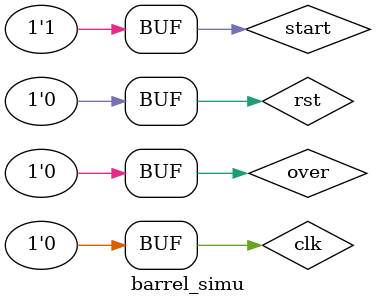
<source format=v>
`timescale 1ns / 1ps


module barrel_simu;

	// Inputs
	reg clk;
	reg rst;
	reg start;
	reg over;

	// Outputs
	wire [9:0] x;
	wire [8:0] y;
	wire [1:0] state;
	wire [2:0] animation_state;

	// Instantiate the Unit Under Test (UUT)
	barrel uut (
		.clk(clk), 
		.rst(rst), 
		.start(start), 
		.over(over), 
		.x(x), 
		.y(y), 
		.state(state), 
		.animation_state(animation_state)
	);

	initial begin
		// Initialize Inputs
		clk = 0;
		rst = 0;
		start = 0;
		over = 0;

		// Wait 100 ns for global reset to finish
		#100;
        
		// Add stimulus here
		rst = 0; #50;
		start = 1; #4000;
		over = 1;#50;
		rst = 1; over = 0;#50;
		rst = 0; start = 1; #50;
	end
	
	always begin
		clk = 1'b1;#20;
		clk = 1'b0;#20;
	end
      
endmodule


</source>
